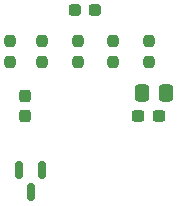
<source format=gbr>
%TF.GenerationSoftware,KiCad,Pcbnew,(6.0.6)*%
%TF.CreationDate,2022-08-09T20:17:37-04:00*%
%TF.ProjectId,4272ShaftEncoder,34323732-5368-4616-9674-456e636f6465,rev?*%
%TF.SameCoordinates,Original*%
%TF.FileFunction,Paste,Top*%
%TF.FilePolarity,Positive*%
%FSLAX46Y46*%
G04 Gerber Fmt 4.6, Leading zero omitted, Abs format (unit mm)*
G04 Created by KiCad (PCBNEW (6.0.6)) date 2022-08-09 20:17:37*
%MOMM*%
%LPD*%
G01*
G04 APERTURE LIST*
G04 Aperture macros list*
%AMRoundRect*
0 Rectangle with rounded corners*
0 $1 Rounding radius*
0 $2 $3 $4 $5 $6 $7 $8 $9 X,Y pos of 4 corners*
0 Add a 4 corners polygon primitive as box body*
4,1,4,$2,$3,$4,$5,$6,$7,$8,$9,$2,$3,0*
0 Add four circle primitives for the rounded corners*
1,1,$1+$1,$2,$3*
1,1,$1+$1,$4,$5*
1,1,$1+$1,$6,$7*
1,1,$1+$1,$8,$9*
0 Add four rect primitives between the rounded corners*
20,1,$1+$1,$2,$3,$4,$5,0*
20,1,$1+$1,$4,$5,$6,$7,0*
20,1,$1+$1,$6,$7,$8,$9,0*
20,1,$1+$1,$8,$9,$2,$3,0*%
G04 Aperture macros list end*
%ADD10RoundRect,0.237500X0.237500X-0.250000X0.237500X0.250000X-0.237500X0.250000X-0.237500X-0.250000X0*%
%ADD11RoundRect,0.250000X-0.337500X-0.475000X0.337500X-0.475000X0.337500X0.475000X-0.337500X0.475000X0*%
%ADD12RoundRect,0.150000X-0.150000X0.587500X-0.150000X-0.587500X0.150000X-0.587500X0.150000X0.587500X0*%
%ADD13RoundRect,0.237500X-0.237500X0.250000X-0.237500X-0.250000X0.237500X-0.250000X0.237500X0.250000X0*%
%ADD14RoundRect,0.237500X-0.287500X-0.237500X0.287500X-0.237500X0.287500X0.237500X-0.287500X0.237500X0*%
%ADD15RoundRect,0.237500X0.237500X-0.300000X0.237500X0.300000X-0.237500X0.300000X-0.237500X-0.300000X0*%
%ADD16RoundRect,0.237500X-0.300000X-0.237500X0.300000X-0.237500X0.300000X0.237500X-0.300000X0.237500X0*%
G04 APERTURE END LIST*
D10*
%TO.C,R1*%
X144500000Y-74087500D03*
X144500000Y-75912500D03*
%TD*%
D11*
%TO.C,C2*%
X152925000Y-78500000D03*
X155000000Y-78500000D03*
%TD*%
D12*
%TO.C,TVS1*%
X143500000Y-86937500D03*
X142550000Y-85062500D03*
X144450000Y-85062500D03*
%TD*%
D13*
%TO.C,R7*%
X153500000Y-74087500D03*
X153500000Y-75912500D03*
%TD*%
D10*
%TO.C,R3*%
X147500000Y-74087500D03*
X147500000Y-75912500D03*
%TD*%
D14*
%TO.C,LED3*%
X147250000Y-71500000D03*
X149000000Y-71500000D03*
%TD*%
D15*
%TO.C,C3*%
X143000000Y-80500000D03*
X143000000Y-78775000D03*
%TD*%
D13*
%TO.C,R6*%
X150500000Y-75912500D03*
X150500000Y-74087500D03*
%TD*%
%TO.C,R2*%
X141750000Y-75912500D03*
X141750000Y-74087500D03*
%TD*%
D16*
%TO.C,C1*%
X152637500Y-80500000D03*
X154362500Y-80500000D03*
%TD*%
M02*

</source>
